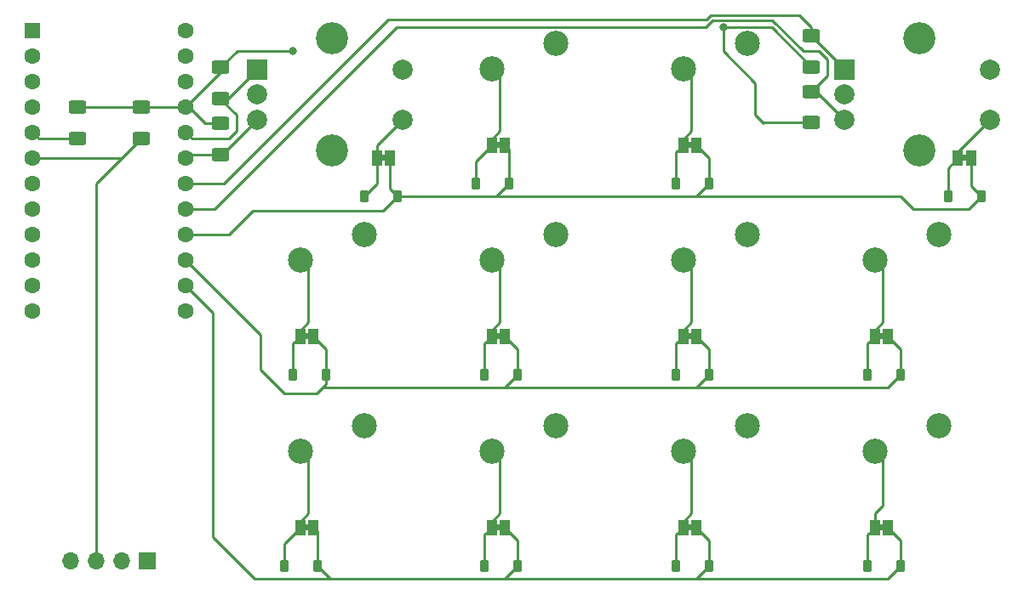
<source format=gbl>
G04 #@! TF.GenerationSoftware,KiCad,Pcbnew,7.0.9*
G04 #@! TF.CreationDate,2024-01-16T00:29:48+00:00*
G04 #@! TF.ProjectId,AryA-Macropad,41727941-2d4d-4616-9372-6f7061642e6b,1.0*
G04 #@! TF.SameCoordinates,Original*
G04 #@! TF.FileFunction,Copper,L2,Bot*
G04 #@! TF.FilePolarity,Positive*
%FSLAX46Y46*%
G04 Gerber Fmt 4.6, Leading zero omitted, Abs format (unit mm)*
G04 Created by KiCad (PCBNEW 7.0.9) date 2024-01-16 00:29:48*
%MOMM*%
%LPD*%
G01*
G04 APERTURE LIST*
G04 Aperture macros list*
%AMRoundRect*
0 Rectangle with rounded corners*
0 $1 Rounding radius*
0 $2 $3 $4 $5 $6 $7 $8 $9 X,Y pos of 4 corners*
0 Add a 4 corners polygon primitive as box body*
4,1,4,$2,$3,$4,$5,$6,$7,$8,$9,$2,$3,0*
0 Add four circle primitives for the rounded corners*
1,1,$1+$1,$2,$3*
1,1,$1+$1,$4,$5*
1,1,$1+$1,$6,$7*
1,1,$1+$1,$8,$9*
0 Add four rect primitives between the rounded corners*
20,1,$1+$1,$2,$3,$4,$5,0*
20,1,$1+$1,$4,$5,$6,$7,0*
20,1,$1+$1,$6,$7,$8,$9,0*
20,1,$1+$1,$8,$9,$2,$3,0*%
G04 Aperture macros list end*
G04 #@! TA.AperFunction,ComponentPad*
%ADD10R,1.700000X1.700000*%
G04 #@! TD*
G04 #@! TA.AperFunction,ComponentPad*
%ADD11O,1.700000X1.700000*%
G04 #@! TD*
G04 #@! TA.AperFunction,ComponentPad*
%ADD12C,2.500000*%
G04 #@! TD*
G04 #@! TA.AperFunction,ComponentPad*
%ADD13R,1.600000X1.600000*%
G04 #@! TD*
G04 #@! TA.AperFunction,ComponentPad*
%ADD14C,1.600000*%
G04 #@! TD*
G04 #@! TA.AperFunction,ComponentPad*
%ADD15R,2.000000X2.000000*%
G04 #@! TD*
G04 #@! TA.AperFunction,ComponentPad*
%ADD16C,2.000000*%
G04 #@! TD*
G04 #@! TA.AperFunction,ComponentPad*
%ADD17C,3.200000*%
G04 #@! TD*
G04 #@! TA.AperFunction,SMDPad,CuDef*
%ADD18RoundRect,0.250000X-0.625000X0.400000X-0.625000X-0.400000X0.625000X-0.400000X0.625000X0.400000X0*%
G04 #@! TD*
G04 #@! TA.AperFunction,SMDPad,CuDef*
%ADD19RoundRect,0.225000X0.225000X0.375000X-0.225000X0.375000X-0.225000X-0.375000X0.225000X-0.375000X0*%
G04 #@! TD*
G04 #@! TA.AperFunction,SMDPad,CuDef*
%ADD20R,1.000000X1.500000*%
G04 #@! TD*
G04 #@! TA.AperFunction,SMDPad,CuDef*
%ADD21RoundRect,0.250000X0.625000X-0.400000X0.625000X0.400000X-0.625000X0.400000X-0.625000X-0.400000X0*%
G04 #@! TD*
G04 #@! TA.AperFunction,ViaPad*
%ADD22C,0.800000*%
G04 #@! TD*
G04 #@! TA.AperFunction,Conductor*
%ADD23C,0.250000*%
G04 #@! TD*
G04 APERTURE END LIST*
G04 #@! TA.AperFunction,EtchedComponent*
G36*
X134220000Y-112060000D02*
G01*
X133720000Y-112060000D01*
X133720000Y-111460000D01*
X134220000Y-111460000D01*
X134220000Y-112060000D01*
G37*
G04 #@! TD.AperFunction*
G04 #@! TA.AperFunction,EtchedComponent*
G36*
X115170000Y-93010000D02*
G01*
X114670000Y-93010000D01*
X114670000Y-92410000D01*
X115170000Y-92410000D01*
X115170000Y-93010000D01*
G37*
G04 #@! TD.AperFunction*
G04 #@! TA.AperFunction,EtchedComponent*
G36*
X180590000Y-75230000D02*
G01*
X180090000Y-75230000D01*
X180090000Y-74630000D01*
X180590000Y-74630000D01*
X180590000Y-75230000D01*
G37*
G04 #@! TD.AperFunction*
G04 #@! TA.AperFunction,EtchedComponent*
G36*
X172320000Y-112060000D02*
G01*
X171820000Y-112060000D01*
X171820000Y-111460000D01*
X172320000Y-111460000D01*
X172320000Y-112060000D01*
G37*
G04 #@! TD.AperFunction*
G04 #@! TA.AperFunction,EtchedComponent*
G36*
X134220000Y-73960000D02*
G01*
X133720000Y-73960000D01*
X133720000Y-73360000D01*
X134220000Y-73360000D01*
X134220000Y-73960000D01*
G37*
G04 #@! TD.AperFunction*
G04 #@! TA.AperFunction,EtchedComponent*
G36*
X153270000Y-93010000D02*
G01*
X152770000Y-93010000D01*
X152770000Y-92410000D01*
X153270000Y-92410000D01*
X153270000Y-93010000D01*
G37*
G04 #@! TD.AperFunction*
G04 #@! TA.AperFunction,EtchedComponent*
G36*
X122790000Y-75230000D02*
G01*
X122290000Y-75230000D01*
X122290000Y-74630000D01*
X122790000Y-74630000D01*
X122790000Y-75230000D01*
G37*
G04 #@! TD.AperFunction*
G04 #@! TA.AperFunction,EtchedComponent*
G36*
X134220000Y-93010000D02*
G01*
X133720000Y-93010000D01*
X133720000Y-92410000D01*
X134220000Y-92410000D01*
X134220000Y-93010000D01*
G37*
G04 #@! TD.AperFunction*
G04 #@! TA.AperFunction,EtchedComponent*
G36*
X115170000Y-112060000D02*
G01*
X114670000Y-112060000D01*
X114670000Y-111460000D01*
X115170000Y-111460000D01*
X115170000Y-112060000D01*
G37*
G04 #@! TD.AperFunction*
G04 #@! TA.AperFunction,EtchedComponent*
G36*
X153270000Y-112060000D02*
G01*
X152770000Y-112060000D01*
X152770000Y-111460000D01*
X153270000Y-111460000D01*
X153270000Y-112060000D01*
G37*
G04 #@! TD.AperFunction*
G04 #@! TA.AperFunction,EtchedComponent*
G36*
X172320000Y-93010000D02*
G01*
X171820000Y-93010000D01*
X171820000Y-92410000D01*
X172320000Y-92410000D01*
X172320000Y-93010000D01*
G37*
G04 #@! TD.AperFunction*
G04 #@! TA.AperFunction,EtchedComponent*
G36*
X153270000Y-73960000D02*
G01*
X152770000Y-73960000D01*
X152770000Y-73360000D01*
X153270000Y-73360000D01*
X153270000Y-73960000D01*
G37*
G04 #@! TD.AperFunction*
D10*
X99050000Y-115093750D03*
D11*
X96510000Y-115093750D03*
X93970000Y-115093750D03*
X91430000Y-115093750D03*
D12*
X133350000Y-66040000D03*
X139700000Y-63500000D03*
X152400000Y-104140000D03*
X158750000Y-101600000D03*
X152400000Y-85090000D03*
X158750000Y-82550000D03*
X114300000Y-85090000D03*
X120650000Y-82550000D03*
X171450000Y-85090000D03*
X177800000Y-82550000D03*
X171450000Y-104140000D03*
X177800000Y-101600000D03*
D13*
X87630000Y-62230000D03*
D14*
X87630000Y-64770000D03*
X87630000Y-67310000D03*
X87630000Y-69850000D03*
X87630000Y-72390000D03*
X87630000Y-74930000D03*
X87630000Y-77470000D03*
X87630000Y-80010000D03*
X87630000Y-82550000D03*
X87630000Y-85090000D03*
X87630000Y-87630000D03*
X87630000Y-90170000D03*
X102870000Y-90170000D03*
X102870000Y-87630000D03*
X102870000Y-85090000D03*
X102870000Y-82550000D03*
X102870000Y-80010000D03*
X102870000Y-77470000D03*
X102870000Y-74930000D03*
X102870000Y-72390000D03*
X102870000Y-69850000D03*
X102870000Y-67310000D03*
X102870000Y-64770000D03*
X102870000Y-62230000D03*
D15*
X109960000Y-66120000D03*
D16*
X109960000Y-71120000D03*
X109960000Y-68620000D03*
D17*
X117460000Y-63020000D03*
X117460000Y-74220000D03*
D16*
X124460000Y-71120000D03*
X124460000Y-66120000D03*
D12*
X133350000Y-85090000D03*
X139700000Y-82550000D03*
X114300000Y-104140000D03*
X120650000Y-101600000D03*
D15*
X168380000Y-66120000D03*
D16*
X168380000Y-71120000D03*
X168380000Y-68620000D03*
D17*
X175880000Y-63020000D03*
X175880000Y-74220000D03*
D16*
X182880000Y-71120000D03*
X182880000Y-66120000D03*
D12*
X133350000Y-104140000D03*
X139700000Y-101600000D03*
X152400000Y-66040000D03*
X158750000Y-63500000D03*
D18*
X165100000Y-68300000D03*
X165100000Y-71400000D03*
D19*
X154940000Y-115570000D03*
X151640000Y-115570000D03*
D20*
X134620000Y-111760000D03*
X133320000Y-111760000D03*
X115570000Y-92710000D03*
X114270000Y-92710000D03*
D19*
X154940000Y-77470000D03*
X151640000Y-77470000D03*
D20*
X180990000Y-74930000D03*
X179690000Y-74930000D03*
D19*
X135890000Y-115570000D03*
X132590000Y-115570000D03*
D20*
X172720000Y-111760000D03*
X171420000Y-111760000D03*
D19*
X123950000Y-78740000D03*
X120650000Y-78740000D03*
D20*
X134620000Y-73660000D03*
X133320000Y-73660000D03*
D19*
X154940000Y-96520000D03*
X151640000Y-96520000D03*
D21*
X106362500Y-69018750D03*
X106362500Y-65918750D03*
X92075000Y-72987500D03*
X92075000Y-69887500D03*
X98425000Y-72987500D03*
X98425000Y-69887500D03*
D20*
X153670000Y-92710000D03*
X152370000Y-92710000D03*
D19*
X115950000Y-115570000D03*
X112650000Y-115570000D03*
X173990000Y-96520000D03*
X170690000Y-96520000D03*
D20*
X123190000Y-74930000D03*
X121890000Y-74930000D03*
D19*
X135000000Y-77470000D03*
X131700000Y-77470000D03*
D20*
X134620000Y-92710000D03*
X133320000Y-92710000D03*
X115570000Y-111760000D03*
X114270000Y-111760000D03*
X153670000Y-111760000D03*
X152370000Y-111760000D03*
D19*
X116840000Y-96520000D03*
X113540000Y-96520000D03*
X135890000Y-96520000D03*
X132590000Y-96520000D03*
D20*
X172720000Y-92710000D03*
X171420000Y-92710000D03*
D18*
X165100000Y-62743750D03*
X165100000Y-65843750D03*
D21*
X106362500Y-74575000D03*
X106362500Y-71475000D03*
D19*
X181990000Y-78740000D03*
X178690000Y-78740000D03*
X173990000Y-115570000D03*
X170690000Y-115570000D03*
D20*
X153670000Y-73660000D03*
X152370000Y-73660000D03*
D22*
X156368750Y-61912500D03*
X113506250Y-64293750D03*
D23*
X93970000Y-115093750D02*
X93970000Y-77442500D01*
X93970000Y-77442500D02*
X98425000Y-72987500D01*
X156368750Y-61912500D02*
X161168750Y-61912500D01*
X160375000Y-71400000D02*
X165100000Y-71400000D01*
X160337500Y-71437500D02*
X160375000Y-71400000D01*
X159543750Y-70643750D02*
X160337500Y-71437500D01*
X159543750Y-67468750D02*
X159543750Y-70643750D01*
X161168750Y-61912500D02*
X165100000Y-65843750D01*
X156368750Y-64293750D02*
X159543750Y-67468750D01*
X156368750Y-61912500D02*
X156368750Y-64293750D01*
X165100000Y-62743750D02*
X165100000Y-61912500D01*
X165100000Y-61912500D02*
X163925000Y-60737500D01*
X163925000Y-60737500D02*
X155088299Y-60737500D01*
X155088299Y-60737500D02*
X154707049Y-61118750D01*
X154707049Y-61118750D02*
X123031250Y-61118750D01*
X123031250Y-61118750D02*
X106680000Y-77470000D01*
X106680000Y-77470000D02*
X102870000Y-77470000D01*
X165100000Y-68300000D02*
X166687500Y-66712500D01*
X155274695Y-61187500D02*
X154549695Y-61912500D01*
X166687500Y-66712500D02*
X166687500Y-65087500D01*
X166687500Y-65087500D02*
X165893750Y-64293750D01*
X165893750Y-64293750D02*
X164306250Y-64293750D01*
X164306250Y-64293750D02*
X161200000Y-61187500D01*
X161200000Y-61187500D02*
X155274695Y-61187500D01*
X154549695Y-61912500D02*
X123825000Y-61912500D01*
X105727500Y-80010000D02*
X102870000Y-80010000D01*
X123825000Y-61912500D02*
X105727500Y-80010000D01*
X168380000Y-71120000D02*
X165560000Y-68300000D01*
X165560000Y-68300000D02*
X165100000Y-68300000D01*
X168380000Y-66120000D02*
X168380000Y-66023750D01*
X168380000Y-66023750D02*
X165100000Y-62743750D01*
X107987500Y-64293750D02*
X113506250Y-64293750D01*
X106362500Y-65918750D02*
X107987500Y-64293750D01*
X116840000Y-96520000D02*
X116840000Y-97472500D01*
X110331250Y-92551250D02*
X102870000Y-85090000D01*
X154940000Y-96520000D02*
X154940000Y-93980000D01*
X115887500Y-98425000D02*
X112712500Y-98425000D01*
X153670000Y-97790000D02*
X154940000Y-96520000D01*
X173990000Y-96520000D02*
X172720000Y-97790000D01*
X116840000Y-96520000D02*
X116840000Y-93980000D01*
X110331250Y-96043750D02*
X110331250Y-92551250D01*
X135890000Y-93980000D02*
X134620000Y-92710000D01*
X116522500Y-97790000D02*
X115887500Y-98425000D01*
X116840000Y-97472500D02*
X115887500Y-98425000D01*
X116840000Y-93980000D02*
X115570000Y-92710000D01*
X135890000Y-96520000D02*
X135890000Y-93980000D01*
X173990000Y-96520000D02*
X173990000Y-93980000D01*
X172720000Y-97790000D02*
X153670000Y-97790000D01*
X134620000Y-97790000D02*
X116522500Y-97790000D01*
X134620000Y-97790000D02*
X135890000Y-96520000D01*
X173990000Y-93980000D02*
X172720000Y-92710000D01*
X153670000Y-97790000D02*
X134620000Y-97790000D01*
X112712500Y-98425000D02*
X110331250Y-96043750D01*
X154940000Y-93980000D02*
X153670000Y-92710000D01*
X115093750Y-91281250D02*
X115093750Y-85883750D01*
X113540000Y-96520000D02*
X113540000Y-93440000D01*
X114270000Y-92105000D02*
X115093750Y-91281250D01*
X115093750Y-85883750D02*
X114300000Y-85090000D01*
X113540000Y-93440000D02*
X114270000Y-92710000D01*
X114270000Y-92710000D02*
X114270000Y-92105000D01*
X133320000Y-92105000D02*
X134143750Y-91281250D01*
X134143750Y-85883750D02*
X133350000Y-85090000D01*
X132590000Y-93440000D02*
X133320000Y-92710000D01*
X134143750Y-91281250D02*
X134143750Y-85883750D01*
X133320000Y-92710000D02*
X133320000Y-92105000D01*
X132590000Y-96520000D02*
X132590000Y-93440000D01*
X153193750Y-85883750D02*
X152400000Y-85090000D01*
X151640000Y-93440000D02*
X152370000Y-92710000D01*
X151640000Y-96520000D02*
X151640000Y-93440000D01*
X153193750Y-91281250D02*
X153193750Y-85883750D01*
X152370000Y-92710000D02*
X152370000Y-92105000D01*
X152370000Y-92105000D02*
X153193750Y-91281250D01*
X171420000Y-92105000D02*
X172243750Y-91281250D01*
X171420000Y-92710000D02*
X171420000Y-92105000D01*
X170690000Y-93440000D02*
X171420000Y-92710000D01*
X170690000Y-96520000D02*
X170690000Y-93440000D01*
X172243750Y-85883750D02*
X171450000Y-85090000D01*
X172243750Y-91281250D02*
X172243750Y-85883750D01*
X115950000Y-112140000D02*
X115570000Y-111760000D01*
X153670000Y-116840000D02*
X154940000Y-115570000D01*
X105568750Y-112712500D02*
X105568750Y-90328750D01*
X135890000Y-115570000D02*
X135890000Y-113030000D01*
X135890000Y-115570000D02*
X134620000Y-116840000D01*
X117220000Y-116840000D02*
X115950000Y-115570000D01*
X115950000Y-115570000D02*
X115950000Y-112140000D01*
X153670000Y-116840000D02*
X134620000Y-116840000D01*
X117220000Y-116840000D02*
X109696250Y-116840000D01*
X134620000Y-116840000D02*
X117220000Y-116840000D01*
X135890000Y-113030000D02*
X134620000Y-111760000D01*
X109696250Y-116840000D02*
X105568750Y-112712500D01*
X103187500Y-87312500D02*
X102870000Y-87630000D01*
X173990000Y-115570000D02*
X172720000Y-116840000D01*
X172720000Y-116840000D02*
X153670000Y-116840000D01*
X173990000Y-113030000D02*
X172720000Y-111760000D01*
X173990000Y-115570000D02*
X173990000Y-113030000D01*
X154940000Y-113030000D02*
X153670000Y-111760000D01*
X154940000Y-115570000D02*
X154940000Y-113030000D01*
X105568750Y-90328750D02*
X102870000Y-87630000D01*
X112650000Y-115570000D02*
X112650000Y-113380000D01*
X114270000Y-111760000D02*
X114270000Y-111155000D01*
X115093750Y-110331250D02*
X115093750Y-104933750D01*
X112650000Y-113380000D02*
X114270000Y-111760000D01*
X114270000Y-111155000D02*
X115093750Y-110331250D01*
X115093750Y-104933750D02*
X114300000Y-104140000D01*
X114270000Y-111760000D02*
X114300000Y-111760000D01*
X134143750Y-104933750D02*
X133350000Y-104140000D01*
X134143750Y-110331250D02*
X134143750Y-104933750D01*
X133320000Y-111760000D02*
X133320000Y-111155000D01*
X133320000Y-111155000D02*
X134143750Y-110331250D01*
X132590000Y-112490000D02*
X133320000Y-111760000D01*
X132590000Y-115570000D02*
X132590000Y-112490000D01*
X153193750Y-110331250D02*
X153193750Y-104933750D01*
X153193750Y-104933750D02*
X152400000Y-104140000D01*
X152370000Y-111760000D02*
X152370000Y-111155000D01*
X152370000Y-111155000D02*
X153193750Y-110331250D01*
X151640000Y-112490000D02*
X152370000Y-111760000D01*
X151640000Y-115570000D02*
X151640000Y-112490000D01*
X171420000Y-111760000D02*
X171420000Y-110361250D01*
X170690000Y-112490000D02*
X171420000Y-111760000D01*
X170690000Y-115570000D02*
X170690000Y-112490000D01*
X172243750Y-109537500D02*
X172243750Y-104933750D01*
X171420000Y-110361250D02*
X172243750Y-109537500D01*
X172243750Y-104933750D02*
X171450000Y-104140000D01*
X107156250Y-82550000D02*
X102870000Y-82550000D01*
X154940000Y-77470000D02*
X154940000Y-74930000D01*
X153670000Y-78740000D02*
X154940000Y-77470000D01*
X109537500Y-80168750D02*
X107156250Y-82550000D01*
X135000000Y-74040000D02*
X134620000Y-73660000D01*
X123190000Y-74930000D02*
X123190000Y-77980000D01*
X123190000Y-77980000D02*
X123950000Y-78740000D01*
X180990000Y-77740000D02*
X181990000Y-78740000D01*
X180720000Y-80010000D02*
X181990000Y-78740000D01*
X133350000Y-78740000D02*
X133730000Y-78740000D01*
X133350000Y-78740000D02*
X153670000Y-78740000D01*
X123950000Y-78740000D02*
X133350000Y-78740000D01*
X154940000Y-74930000D02*
X153670000Y-73660000D01*
X175260000Y-80010000D02*
X180720000Y-80010000D01*
X173990000Y-78740000D02*
X153670000Y-78740000D01*
X123950000Y-78740000D02*
X122521250Y-80168750D01*
X135000000Y-77470000D02*
X135000000Y-74040000D01*
X175260000Y-80010000D02*
X173990000Y-78740000D01*
X180990000Y-74930000D02*
X180990000Y-77740000D01*
X133730000Y-78740000D02*
X135000000Y-77470000D01*
X122521250Y-80168750D02*
X109537500Y-80168750D01*
X121890000Y-74930000D02*
X121890000Y-77500000D01*
X121890000Y-73690000D02*
X124460000Y-71120000D01*
X121890000Y-74930000D02*
X121890000Y-73690000D01*
X121890000Y-77500000D02*
X120650000Y-78740000D01*
X131700000Y-77470000D02*
X131700000Y-75280000D01*
X134143750Y-66833750D02*
X133350000Y-66040000D01*
X134143750Y-72231250D02*
X134143750Y-66833750D01*
X133320000Y-73660000D02*
X133320000Y-73055000D01*
X133320000Y-73055000D02*
X134143750Y-72231250D01*
X131700000Y-75280000D02*
X133320000Y-73660000D01*
X152370000Y-73660000D02*
X152370000Y-73055000D01*
X152370000Y-73055000D02*
X153193750Y-72231250D01*
X153193750Y-72231250D02*
X153193750Y-66833750D01*
X151640000Y-77470000D02*
X151640000Y-74390000D01*
X151640000Y-74390000D02*
X152370000Y-73660000D01*
X153193750Y-66833750D02*
X152400000Y-66040000D01*
X179690000Y-74310000D02*
X182880000Y-71120000D01*
X178690000Y-78740000D02*
X178690000Y-75930000D01*
X179690000Y-74930000D02*
X179690000Y-74310000D01*
X178690000Y-75930000D02*
X179690000Y-74930000D01*
X106505000Y-74575000D02*
X109960000Y-71120000D01*
X103225000Y-74575000D02*
X102870000Y-74930000D01*
X106362500Y-74575000D02*
X106505000Y-74575000D01*
X106362500Y-74575000D02*
X103225000Y-74575000D01*
X106362500Y-69056250D02*
X107950000Y-70643750D01*
X107950000Y-70643750D02*
X107950000Y-72231250D01*
X106362500Y-69018750D02*
X106320625Y-69018750D01*
X107950000Y-72231250D02*
X107156250Y-73025000D01*
X106362500Y-69018750D02*
X106362500Y-69056250D01*
X107061250Y-69018750D02*
X109960000Y-66120000D01*
X102949375Y-72390000D02*
X102870000Y-72390000D01*
X107156250Y-73025000D02*
X103505000Y-73025000D01*
X106362500Y-69018750D02*
X107061250Y-69018750D01*
X103505000Y-73025000D02*
X102870000Y-72390000D01*
X165100000Y-68300000D02*
X164343750Y-68300000D01*
X88265000Y-73025000D02*
X92037500Y-73025000D01*
X87630000Y-72390000D02*
X88265000Y-73025000D01*
X92037500Y-73025000D02*
X92075000Y-72987500D01*
X96482500Y-74930000D02*
X98425000Y-72987500D01*
X87630000Y-74930000D02*
X96482500Y-74930000D01*
X103187500Y-69850000D02*
X102870000Y-69850000D01*
X98425000Y-69887500D02*
X92075000Y-69887500D01*
X106563750Y-66120000D02*
X106362500Y-65918750D01*
X106362500Y-66357500D02*
X102870000Y-69850000D01*
X106362500Y-65918750D02*
X106362500Y-66357500D01*
X165376250Y-66120000D02*
X165100000Y-65843750D01*
X104812500Y-71475000D02*
X103187500Y-69850000D01*
X102870000Y-69850000D02*
X98462500Y-69850000D01*
X98462500Y-69850000D02*
X98425000Y-69887500D01*
X106362500Y-71475000D02*
X104812500Y-71475000D01*
M02*

</source>
